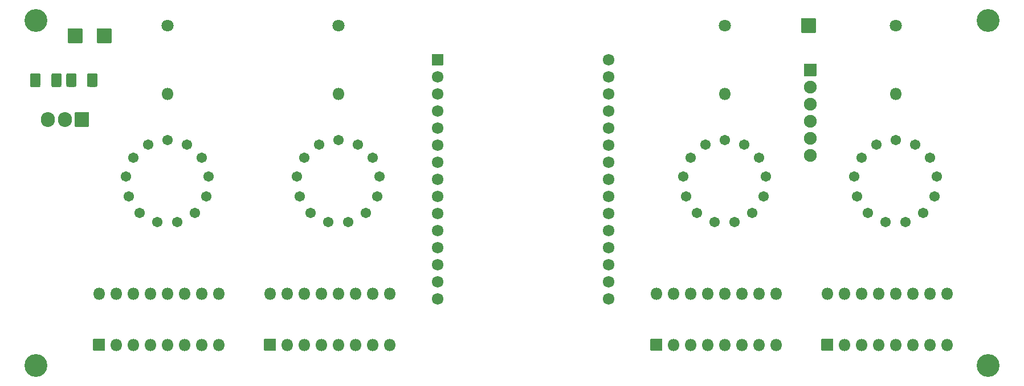
<source format=gbs>
%TF.GenerationSoftware,KiCad,Pcbnew,(5.1.9-0-10_14)*%
%TF.CreationDate,2021-02-12T19:32:22+01:00*%
%TF.ProjectId,nixie_clock,6e697869-655f-4636-9c6f-636b2e6b6963,v01*%
%TF.SameCoordinates,Original*%
%TF.FileFunction,Soldermask,Bot*%
%TF.FilePolarity,Negative*%
%FSLAX46Y46*%
G04 Gerber Fmt 4.6, Leading zero omitted, Abs format (unit mm)*
G04 Created by KiCad (PCBNEW (5.1.9-0-10_14)) date 2021-02-12 19:32:22*
%MOMM*%
%LPD*%
G01*
G04 APERTURE LIST*
%ADD10C,3.400000*%
%ADD11O,1.800000X1.800000*%
%ADD12C,1.800000*%
%ADD13C,1.546200*%
%ADD14O,2.105000X2.200000*%
%ADD15C,1.724000*%
%ADD16O,1.900000X1.900000*%
%ADD17C,0.150000*%
G04 APERTURE END LIST*
D10*
%TO.C,REF\u002A\u002A*%
X54356000Y-54356000D03*
%TD*%
%TO.C,REF\u002A\u002A*%
X195834000Y-54356000D03*
%TD*%
%TO.C,REF\u002A\u002A*%
X195834000Y-105664000D03*
%TD*%
%TO.C,REF\u002A\u002A*%
X54356000Y-105664000D03*
%TD*%
D11*
%TO.C,U4*%
X146558000Y-94996000D03*
X164338000Y-102616000D03*
X149098000Y-94996000D03*
X161798000Y-102616000D03*
X151638000Y-94996000D03*
X159258000Y-102616000D03*
X154178000Y-94996000D03*
X156718000Y-102616000D03*
X156718000Y-94996000D03*
X154178000Y-102616000D03*
X159258000Y-94996000D03*
X151638000Y-102616000D03*
X161798000Y-94996000D03*
X149098000Y-102616000D03*
X164338000Y-94996000D03*
G36*
G01*
X147358000Y-103516000D02*
X145758000Y-103516000D01*
G75*
G02*
X145658000Y-103416000I0J100000D01*
G01*
X145658000Y-101816000D01*
G75*
G02*
X145758000Y-101716000I100000J0D01*
G01*
X147358000Y-101716000D01*
G75*
G02*
X147458000Y-101816000I0J-100000D01*
G01*
X147458000Y-103416000D01*
G75*
G02*
X147358000Y-103516000I-100000J0D01*
G01*
G37*
%TD*%
%TO.C,R2*%
X182118000Y-65278000D03*
D12*
X182118000Y-55118000D03*
%TD*%
D13*
%TO.C,N2*%
X179242720Y-72844660D03*
X184993280Y-72844660D03*
X182118000Y-72136000D03*
X188262260Y-77579220D03*
X187904120Y-80518000D03*
X186222640Y-82956400D03*
X183598820Y-84333080D03*
X180637180Y-84333080D03*
X178013360Y-82956400D03*
X176331880Y-80518000D03*
X175973740Y-77579220D03*
X177025300Y-74808080D03*
X187210700Y-74808080D03*
%TD*%
%TO.C,N3*%
X79006700Y-74808080D03*
X68821300Y-74808080D03*
X67769740Y-77579220D03*
X68127880Y-80518000D03*
X69809360Y-82956400D03*
X72433180Y-84333080D03*
X75394820Y-84333080D03*
X78018640Y-82956400D03*
X79700120Y-80518000D03*
X80058260Y-77579220D03*
X73914000Y-72136000D03*
X76789280Y-72844660D03*
X71038720Y-72844660D03*
%TD*%
%TO.C,N4*%
X96438720Y-72844660D03*
X102189280Y-72844660D03*
X99314000Y-72136000D03*
X105458260Y-77579220D03*
X105100120Y-80518000D03*
X103418640Y-82956400D03*
X100794820Y-84333080D03*
X97833180Y-84333080D03*
X95209360Y-82956400D03*
X93527880Y-80518000D03*
X93169740Y-77579220D03*
X94221300Y-74808080D03*
X104406700Y-74808080D03*
%TD*%
D11*
%TO.C,R1*%
X156718000Y-65278000D03*
D12*
X156718000Y-55118000D03*
%TD*%
%TO.C,R3*%
X73914000Y-55118000D03*
D11*
X73914000Y-65278000D03*
%TD*%
D12*
%TO.C,R4*%
X99314000Y-55118000D03*
D11*
X99314000Y-65278000D03*
%TD*%
D14*
%TO.C,U1*%
X56134000Y-69088000D03*
X58674000Y-69088000D03*
G36*
G01*
X62266500Y-68088000D02*
X62266500Y-70088000D01*
G75*
G02*
X62166500Y-70188000I-100000J0D01*
G01*
X60261500Y-70188000D01*
G75*
G02*
X60161500Y-70088000I0J100000D01*
G01*
X60161500Y-68088000D01*
G75*
G02*
X60261500Y-67988000I100000J0D01*
G01*
X62166500Y-67988000D01*
G75*
G02*
X62266500Y-68088000I0J-100000D01*
G01*
G37*
%TD*%
D15*
%TO.C,U2*%
X139446000Y-60198000D03*
X139446000Y-62738000D03*
X139446000Y-65278000D03*
X139446000Y-67818000D03*
X139446000Y-70358000D03*
X139446000Y-72898000D03*
X139446000Y-75438000D03*
X139446000Y-77978000D03*
X139446000Y-80518000D03*
X139446000Y-83058000D03*
X139446000Y-85598000D03*
X139446000Y-88138000D03*
X139446000Y-90678000D03*
X139446000Y-93218000D03*
X139446000Y-95758000D03*
X114046000Y-95758000D03*
X114046000Y-93218000D03*
X114046000Y-90678000D03*
X114046000Y-88138000D03*
X114046000Y-85598000D03*
X114046000Y-83058000D03*
X114046000Y-80518000D03*
X114046000Y-77978000D03*
X114046000Y-75438000D03*
X114046000Y-72898000D03*
X114046000Y-70358000D03*
X114046000Y-67818000D03*
X114046000Y-65278000D03*
X114046000Y-62738000D03*
G36*
G01*
X113184000Y-60960000D02*
X113184000Y-59436000D01*
G75*
G02*
X113284000Y-59336000I100000J0D01*
G01*
X114808000Y-59336000D01*
G75*
G02*
X114908000Y-59436000I0J-100000D01*
G01*
X114908000Y-60960000D01*
G75*
G02*
X114808000Y-61060000I-100000J0D01*
G01*
X113284000Y-61060000D01*
G75*
G02*
X113184000Y-60960000I0J100000D01*
G01*
G37*
%TD*%
%TO.C,U5*%
G36*
G01*
X172758000Y-103516000D02*
X171158000Y-103516000D01*
G75*
G02*
X171058000Y-103416000I0J100000D01*
G01*
X171058000Y-101816000D01*
G75*
G02*
X171158000Y-101716000I100000J0D01*
G01*
X172758000Y-101716000D01*
G75*
G02*
X172858000Y-101816000I0J-100000D01*
G01*
X172858000Y-103416000D01*
G75*
G02*
X172758000Y-103516000I-100000J0D01*
G01*
G37*
D11*
X189738000Y-94996000D03*
X174498000Y-102616000D03*
X187198000Y-94996000D03*
X177038000Y-102616000D03*
X184658000Y-94996000D03*
X179578000Y-102616000D03*
X182118000Y-94996000D03*
X182118000Y-102616000D03*
X179578000Y-94996000D03*
X184658000Y-102616000D03*
X177038000Y-94996000D03*
X187198000Y-102616000D03*
X174498000Y-94996000D03*
X189738000Y-102616000D03*
X171958000Y-94996000D03*
%TD*%
%TO.C,U6*%
X63754000Y-94996000D03*
X81534000Y-102616000D03*
X66294000Y-94996000D03*
X78994000Y-102616000D03*
X68834000Y-94996000D03*
X76454000Y-102616000D03*
X71374000Y-94996000D03*
X73914000Y-102616000D03*
X73914000Y-94996000D03*
X71374000Y-102616000D03*
X76454000Y-94996000D03*
X68834000Y-102616000D03*
X78994000Y-94996000D03*
X66294000Y-102616000D03*
X81534000Y-94996000D03*
G36*
G01*
X64554000Y-103516000D02*
X62954000Y-103516000D01*
G75*
G02*
X62854000Y-103416000I0J100000D01*
G01*
X62854000Y-101816000D01*
G75*
G02*
X62954000Y-101716000I100000J0D01*
G01*
X64554000Y-101716000D01*
G75*
G02*
X64654000Y-101816000I0J-100000D01*
G01*
X64654000Y-103416000D01*
G75*
G02*
X64554000Y-103516000I-100000J0D01*
G01*
G37*
%TD*%
%TO.C,U7*%
G36*
G01*
X89954000Y-103516000D02*
X88354000Y-103516000D01*
G75*
G02*
X88254000Y-103416000I0J100000D01*
G01*
X88254000Y-101816000D01*
G75*
G02*
X88354000Y-101716000I100000J0D01*
G01*
X89954000Y-101716000D01*
G75*
G02*
X90054000Y-101816000I0J-100000D01*
G01*
X90054000Y-103416000D01*
G75*
G02*
X89954000Y-103516000I-100000J0D01*
G01*
G37*
X106934000Y-94996000D03*
X91694000Y-102616000D03*
X104394000Y-94996000D03*
X94234000Y-102616000D03*
X101854000Y-94996000D03*
X96774000Y-102616000D03*
X99314000Y-94996000D03*
X99314000Y-102616000D03*
X96774000Y-94996000D03*
X101854000Y-102616000D03*
X94234000Y-94996000D03*
X104394000Y-102616000D03*
X91694000Y-94996000D03*
X106934000Y-102616000D03*
X89154000Y-94996000D03*
%TD*%
D13*
%TO.C,N1*%
X153842720Y-72844660D03*
X159593280Y-72844660D03*
X156718000Y-72136000D03*
X162862260Y-77579220D03*
X162504120Y-80518000D03*
X160822640Y-82956400D03*
X158198820Y-84333080D03*
X155237180Y-84333080D03*
X152613360Y-82956400D03*
X150931880Y-80518000D03*
X150573740Y-77579220D03*
X151625300Y-74808080D03*
X161810700Y-74808080D03*
%TD*%
%TO.C,C1*%
G36*
G01*
X56641500Y-63958267D02*
X56641500Y-62533733D01*
G75*
G02*
X56929233Y-62246000I287733J0D01*
G01*
X57878767Y-62246000D01*
G75*
G02*
X58166500Y-62533733I0J-287733D01*
G01*
X58166500Y-63958267D01*
G75*
G02*
X57878767Y-64246000I-287733J0D01*
G01*
X56929233Y-64246000D01*
G75*
G02*
X56641500Y-63958267I0J287733D01*
G01*
G37*
G36*
G01*
X53516500Y-63958267D02*
X53516500Y-62533733D01*
G75*
G02*
X53804233Y-62246000I287733J0D01*
G01*
X54753767Y-62246000D01*
G75*
G02*
X55041500Y-62533733I0J-287733D01*
G01*
X55041500Y-63958267D01*
G75*
G02*
X54753767Y-64246000I-287733J0D01*
G01*
X53804233Y-64246000D01*
G75*
G02*
X53516500Y-63958267I0J287733D01*
G01*
G37*
%TD*%
%TO.C,C2*%
G36*
G01*
X63539000Y-62533733D02*
X63539000Y-63958267D01*
G75*
G02*
X63251267Y-64246000I-287733J0D01*
G01*
X62301733Y-64246000D01*
G75*
G02*
X62014000Y-63958267I0J287733D01*
G01*
X62014000Y-62533733D01*
G75*
G02*
X62301733Y-62246000I287733J0D01*
G01*
X63251267Y-62246000D01*
G75*
G02*
X63539000Y-62533733I0J-287733D01*
G01*
G37*
G36*
G01*
X60414000Y-62533733D02*
X60414000Y-63958267D01*
G75*
G02*
X60126267Y-64246000I-287733J0D01*
G01*
X59176733Y-64246000D01*
G75*
G02*
X58889000Y-63958267I0J287733D01*
G01*
X58889000Y-62533733D01*
G75*
G02*
X59176733Y-62246000I287733J0D01*
G01*
X60126267Y-62246000D01*
G75*
G02*
X60414000Y-62533733I0J-287733D01*
G01*
G37*
%TD*%
%TO.C,J2*%
G36*
G01*
X63416000Y-57642000D02*
X63416000Y-55642000D01*
G75*
G02*
X63516000Y-55542000I100000J0D01*
G01*
X65516000Y-55542000D01*
G75*
G02*
X65616000Y-55642000I0J-100000D01*
G01*
X65616000Y-57642000D01*
G75*
G02*
X65516000Y-57742000I-100000J0D01*
G01*
X63516000Y-57742000D01*
G75*
G02*
X63416000Y-57642000I0J100000D01*
G01*
G37*
%TD*%
%TO.C,J3*%
G36*
G01*
X168064000Y-56118000D02*
X168064000Y-54118000D01*
G75*
G02*
X168164000Y-54018000I100000J0D01*
G01*
X170164000Y-54018000D01*
G75*
G02*
X170264000Y-54118000I0J-100000D01*
G01*
X170264000Y-56118000D01*
G75*
G02*
X170164000Y-56218000I-100000J0D01*
G01*
X168164000Y-56218000D01*
G75*
G02*
X168064000Y-56118000I0J100000D01*
G01*
G37*
%TD*%
%TO.C,U3*%
G36*
G01*
X168468000Y-62572000D02*
X168468000Y-60872000D01*
G75*
G02*
X168568000Y-60772000I100000J0D01*
G01*
X170268000Y-60772000D01*
G75*
G02*
X170368000Y-60872000I0J-100000D01*
G01*
X170368000Y-62572000D01*
G75*
G02*
X170268000Y-62672000I-100000J0D01*
G01*
X168568000Y-62672000D01*
G75*
G02*
X168468000Y-62572000I0J100000D01*
G01*
G37*
D16*
X169418000Y-64262000D03*
X169418000Y-66802000D03*
X169418000Y-69342000D03*
X169418000Y-71882000D03*
X169418000Y-74422000D03*
%TD*%
%TO.C,J1*%
G36*
G01*
X59098000Y-57642000D02*
X59098000Y-55642000D01*
G75*
G02*
X59198000Y-55542000I100000J0D01*
G01*
X61198000Y-55542000D01*
G75*
G02*
X61298000Y-55642000I0J-100000D01*
G01*
X61298000Y-57642000D01*
G75*
G02*
X61198000Y-57742000I-100000J0D01*
G01*
X59198000Y-57742000D01*
G75*
G02*
X59098000Y-57642000I0J100000D01*
G01*
G37*
%TD*%
D17*
G36*
X55042665Y-63956641D02*
G01*
X55043500Y-63958267D01*
X55043500Y-64044292D01*
X55043490Y-64044488D01*
X55039044Y-64089632D01*
X55038968Y-64090017D01*
X55027950Y-64126338D01*
X55027800Y-64126700D01*
X55009910Y-64160170D01*
X55009692Y-64160496D01*
X54985613Y-64189836D01*
X54985336Y-64190113D01*
X54955996Y-64214192D01*
X54955670Y-64214410D01*
X54922200Y-64232300D01*
X54921838Y-64232450D01*
X54885517Y-64243468D01*
X54885132Y-64243544D01*
X54839988Y-64247990D01*
X54839792Y-64248000D01*
X54753767Y-64248000D01*
X54752035Y-64247000D01*
X54752035Y-64245000D01*
X54753571Y-64244010D01*
X54809506Y-64238501D01*
X54863109Y-64222241D01*
X54912507Y-64195837D01*
X54955804Y-64160304D01*
X54991337Y-64117007D01*
X55017741Y-64067609D01*
X55034001Y-64014006D01*
X55039510Y-63958071D01*
X55040675Y-63956445D01*
X55042665Y-63956641D01*
G37*
G36*
X60415165Y-63956641D02*
G01*
X60416000Y-63958267D01*
X60416000Y-64044292D01*
X60415990Y-64044488D01*
X60411544Y-64089632D01*
X60411468Y-64090017D01*
X60400450Y-64126338D01*
X60400300Y-64126700D01*
X60382410Y-64160170D01*
X60382192Y-64160496D01*
X60358113Y-64189836D01*
X60357836Y-64190113D01*
X60328496Y-64214192D01*
X60328170Y-64214410D01*
X60294700Y-64232300D01*
X60294338Y-64232450D01*
X60258017Y-64243468D01*
X60257632Y-64243544D01*
X60212488Y-64247990D01*
X60212292Y-64248000D01*
X60126267Y-64248000D01*
X60124535Y-64247000D01*
X60124535Y-64245000D01*
X60126071Y-64244010D01*
X60182006Y-64238501D01*
X60235609Y-64222241D01*
X60285007Y-64195837D01*
X60328304Y-64160304D01*
X60363837Y-64117007D01*
X60390241Y-64067609D01*
X60406501Y-64014006D01*
X60412010Y-63958071D01*
X60413175Y-63956445D01*
X60415165Y-63956641D01*
G37*
G36*
X58167665Y-63956641D02*
G01*
X58168500Y-63958267D01*
X58168500Y-64044292D01*
X58168490Y-64044488D01*
X58164044Y-64089632D01*
X58163968Y-64090017D01*
X58152950Y-64126338D01*
X58152800Y-64126700D01*
X58134910Y-64160170D01*
X58134692Y-64160496D01*
X58110613Y-64189836D01*
X58110336Y-64190113D01*
X58080996Y-64214192D01*
X58080670Y-64214410D01*
X58047200Y-64232300D01*
X58046838Y-64232450D01*
X58010517Y-64243468D01*
X58010132Y-64243544D01*
X57964988Y-64247990D01*
X57964792Y-64248000D01*
X57878767Y-64248000D01*
X57877035Y-64247000D01*
X57877035Y-64245000D01*
X57878571Y-64244010D01*
X57934506Y-64238501D01*
X57988109Y-64222241D01*
X58037507Y-64195837D01*
X58080804Y-64160304D01*
X58116337Y-64117007D01*
X58142741Y-64067609D01*
X58159001Y-64014006D01*
X58164510Y-63958071D01*
X58165675Y-63956445D01*
X58167665Y-63956641D01*
G37*
G36*
X62015990Y-63958071D02*
G01*
X62021499Y-64014006D01*
X62037759Y-64067609D01*
X62064163Y-64117007D01*
X62099696Y-64160304D01*
X62142993Y-64195837D01*
X62192391Y-64222241D01*
X62245994Y-64238501D01*
X62301929Y-64244010D01*
X62303555Y-64245175D01*
X62303359Y-64247165D01*
X62301733Y-64248000D01*
X62215708Y-64248000D01*
X62215512Y-64247990D01*
X62170368Y-64243544D01*
X62169983Y-64243468D01*
X62133662Y-64232450D01*
X62133300Y-64232300D01*
X62099830Y-64214410D01*
X62099504Y-64214192D01*
X62070164Y-64190113D01*
X62069887Y-64189836D01*
X62045808Y-64160496D01*
X62045590Y-64160170D01*
X62027700Y-64126700D01*
X62027550Y-64126338D01*
X62016532Y-64090017D01*
X62016456Y-64089632D01*
X62012010Y-64044488D01*
X62012000Y-64044292D01*
X62012000Y-63958267D01*
X62013000Y-63956535D01*
X62015000Y-63956535D01*
X62015990Y-63958071D01*
G37*
G36*
X63540165Y-63956641D02*
G01*
X63541000Y-63958267D01*
X63541000Y-64044292D01*
X63540990Y-64044488D01*
X63536544Y-64089632D01*
X63536468Y-64090017D01*
X63525450Y-64126338D01*
X63525300Y-64126700D01*
X63507410Y-64160170D01*
X63507192Y-64160496D01*
X63483113Y-64189836D01*
X63482836Y-64190113D01*
X63453496Y-64214192D01*
X63453170Y-64214410D01*
X63419700Y-64232300D01*
X63419338Y-64232450D01*
X63383017Y-64243468D01*
X63382632Y-64243544D01*
X63337488Y-64247990D01*
X63337292Y-64248000D01*
X63251267Y-64248000D01*
X63249535Y-64247000D01*
X63249535Y-64245000D01*
X63251071Y-64244010D01*
X63307006Y-64238501D01*
X63360609Y-64222241D01*
X63410007Y-64195837D01*
X63453304Y-64160304D01*
X63488837Y-64117007D01*
X63515241Y-64067609D01*
X63531501Y-64014006D01*
X63537010Y-63958071D01*
X63538175Y-63956445D01*
X63540165Y-63956641D01*
G37*
G36*
X58890990Y-63958071D02*
G01*
X58896499Y-64014006D01*
X58912759Y-64067609D01*
X58939163Y-64117007D01*
X58974696Y-64160304D01*
X59017993Y-64195837D01*
X59067391Y-64222241D01*
X59120994Y-64238501D01*
X59176929Y-64244010D01*
X59178555Y-64245175D01*
X59178359Y-64247165D01*
X59176733Y-64248000D01*
X59090708Y-64248000D01*
X59090512Y-64247990D01*
X59045368Y-64243544D01*
X59044983Y-64243468D01*
X59008662Y-64232450D01*
X59008300Y-64232300D01*
X58974830Y-64214410D01*
X58974504Y-64214192D01*
X58945164Y-64190113D01*
X58944887Y-64189836D01*
X58920808Y-64160496D01*
X58920590Y-64160170D01*
X58902700Y-64126700D01*
X58902550Y-64126338D01*
X58891532Y-64090017D01*
X58891456Y-64089632D01*
X58887010Y-64044488D01*
X58887000Y-64044292D01*
X58887000Y-63958267D01*
X58888000Y-63956535D01*
X58890000Y-63956535D01*
X58890990Y-63958071D01*
G37*
G36*
X56643490Y-63958071D02*
G01*
X56648999Y-64014006D01*
X56665259Y-64067609D01*
X56691663Y-64117007D01*
X56727196Y-64160304D01*
X56770493Y-64195837D01*
X56819891Y-64222241D01*
X56873494Y-64238501D01*
X56929429Y-64244010D01*
X56931055Y-64245175D01*
X56930859Y-64247165D01*
X56929233Y-64248000D01*
X56843208Y-64248000D01*
X56843012Y-64247990D01*
X56797868Y-64243544D01*
X56797483Y-64243468D01*
X56761162Y-64232450D01*
X56760800Y-64232300D01*
X56727330Y-64214410D01*
X56727004Y-64214192D01*
X56697664Y-64190113D01*
X56697387Y-64189836D01*
X56673308Y-64160496D01*
X56673090Y-64160170D01*
X56655200Y-64126700D01*
X56655050Y-64126338D01*
X56644032Y-64090017D01*
X56643956Y-64089632D01*
X56639510Y-64044488D01*
X56639500Y-64044292D01*
X56639500Y-63958267D01*
X56640500Y-63956535D01*
X56642500Y-63956535D01*
X56643490Y-63958071D01*
G37*
G36*
X53518490Y-63958071D02*
G01*
X53523999Y-64014006D01*
X53540259Y-64067609D01*
X53566663Y-64117007D01*
X53602196Y-64160304D01*
X53645493Y-64195837D01*
X53694891Y-64222241D01*
X53748494Y-64238501D01*
X53804429Y-64244010D01*
X53806055Y-64245175D01*
X53805859Y-64247165D01*
X53804233Y-64248000D01*
X53718208Y-64248000D01*
X53718012Y-64247990D01*
X53672868Y-64243544D01*
X53672483Y-64243468D01*
X53636162Y-64232450D01*
X53635800Y-64232300D01*
X53602330Y-64214410D01*
X53602004Y-64214192D01*
X53572664Y-64190113D01*
X53572387Y-64189836D01*
X53548308Y-64160496D01*
X53548090Y-64160170D01*
X53530200Y-64126700D01*
X53530050Y-64126338D01*
X53519032Y-64090017D01*
X53518956Y-64089632D01*
X53514510Y-64044488D01*
X53514500Y-64044292D01*
X53514500Y-63958267D01*
X53515500Y-63956535D01*
X53517500Y-63956535D01*
X53518490Y-63958071D01*
G37*
G36*
X53805965Y-62245000D02*
G01*
X53805965Y-62247000D01*
X53804429Y-62247990D01*
X53748494Y-62253499D01*
X53694891Y-62269759D01*
X53645493Y-62296163D01*
X53602196Y-62331696D01*
X53566663Y-62374993D01*
X53540259Y-62424391D01*
X53523999Y-62477994D01*
X53518490Y-62533929D01*
X53517325Y-62535555D01*
X53515335Y-62535359D01*
X53514500Y-62533733D01*
X53514500Y-62447708D01*
X53514510Y-62447512D01*
X53518956Y-62402368D01*
X53519032Y-62401983D01*
X53530050Y-62365662D01*
X53530200Y-62365300D01*
X53548090Y-62331830D01*
X53548308Y-62331504D01*
X53572387Y-62302164D01*
X53572664Y-62301887D01*
X53602004Y-62277808D01*
X53602330Y-62277590D01*
X53635800Y-62259700D01*
X53636162Y-62259550D01*
X53672483Y-62248532D01*
X53672868Y-62248456D01*
X53718012Y-62244010D01*
X53718208Y-62244000D01*
X53804233Y-62244000D01*
X53805965Y-62245000D01*
G37*
G36*
X56930965Y-62245000D02*
G01*
X56930965Y-62247000D01*
X56929429Y-62247990D01*
X56873494Y-62253499D01*
X56819891Y-62269759D01*
X56770493Y-62296163D01*
X56727196Y-62331696D01*
X56691663Y-62374993D01*
X56665259Y-62424391D01*
X56648999Y-62477994D01*
X56643490Y-62533929D01*
X56642325Y-62535555D01*
X56640335Y-62535359D01*
X56639500Y-62533733D01*
X56639500Y-62447708D01*
X56639510Y-62447512D01*
X56643956Y-62402368D01*
X56644032Y-62401983D01*
X56655050Y-62365662D01*
X56655200Y-62365300D01*
X56673090Y-62331830D01*
X56673308Y-62331504D01*
X56697387Y-62302164D01*
X56697664Y-62301887D01*
X56727004Y-62277808D01*
X56727330Y-62277590D01*
X56760800Y-62259700D01*
X56761162Y-62259550D01*
X56797483Y-62248532D01*
X56797868Y-62248456D01*
X56843012Y-62244010D01*
X56843208Y-62244000D01*
X56929233Y-62244000D01*
X56930965Y-62245000D01*
G37*
G36*
X59178465Y-62245000D02*
G01*
X59178465Y-62247000D01*
X59176929Y-62247990D01*
X59120994Y-62253499D01*
X59067391Y-62269759D01*
X59017993Y-62296163D01*
X58974696Y-62331696D01*
X58939163Y-62374993D01*
X58912759Y-62424391D01*
X58896499Y-62477994D01*
X58890990Y-62533929D01*
X58889825Y-62535555D01*
X58887835Y-62535359D01*
X58887000Y-62533733D01*
X58887000Y-62447708D01*
X58887010Y-62447512D01*
X58891456Y-62402368D01*
X58891532Y-62401983D01*
X58902550Y-62365662D01*
X58902700Y-62365300D01*
X58920590Y-62331830D01*
X58920808Y-62331504D01*
X58944887Y-62302164D01*
X58945164Y-62301887D01*
X58974504Y-62277808D01*
X58974830Y-62277590D01*
X59008300Y-62259700D01*
X59008662Y-62259550D01*
X59044983Y-62248532D01*
X59045368Y-62248456D01*
X59090512Y-62244010D01*
X59090708Y-62244000D01*
X59176733Y-62244000D01*
X59178465Y-62245000D01*
G37*
G36*
X62303465Y-62245000D02*
G01*
X62303465Y-62247000D01*
X62301929Y-62247990D01*
X62245994Y-62253499D01*
X62192391Y-62269759D01*
X62142993Y-62296163D01*
X62099696Y-62331696D01*
X62064163Y-62374993D01*
X62037759Y-62424391D01*
X62021499Y-62477994D01*
X62015990Y-62533929D01*
X62014825Y-62535555D01*
X62012835Y-62535359D01*
X62012000Y-62533733D01*
X62012000Y-62447708D01*
X62012010Y-62447512D01*
X62016456Y-62402368D01*
X62016532Y-62401983D01*
X62027550Y-62365662D01*
X62027700Y-62365300D01*
X62045590Y-62331830D01*
X62045808Y-62331504D01*
X62069887Y-62302164D01*
X62070164Y-62301887D01*
X62099504Y-62277808D01*
X62099830Y-62277590D01*
X62133300Y-62259700D01*
X62133662Y-62259550D01*
X62169983Y-62248532D01*
X62170368Y-62248456D01*
X62215512Y-62244010D01*
X62215708Y-62244000D01*
X62301733Y-62244000D01*
X62303465Y-62245000D01*
G37*
G36*
X54839988Y-62244010D02*
G01*
X54885132Y-62248456D01*
X54885517Y-62248532D01*
X54921838Y-62259550D01*
X54922200Y-62259700D01*
X54955670Y-62277590D01*
X54955996Y-62277808D01*
X54985336Y-62301887D01*
X54985613Y-62302164D01*
X55009692Y-62331504D01*
X55009910Y-62331830D01*
X55027800Y-62365300D01*
X55027950Y-62365662D01*
X55038968Y-62401983D01*
X55039044Y-62402368D01*
X55043490Y-62447512D01*
X55043500Y-62447708D01*
X55043500Y-62533733D01*
X55042500Y-62535465D01*
X55040500Y-62535465D01*
X55039510Y-62533929D01*
X55034001Y-62477994D01*
X55017741Y-62424391D01*
X54991337Y-62374993D01*
X54955804Y-62331696D01*
X54912507Y-62296163D01*
X54863109Y-62269759D01*
X54809506Y-62253499D01*
X54753571Y-62247990D01*
X54751945Y-62246825D01*
X54752141Y-62244835D01*
X54753767Y-62244000D01*
X54839792Y-62244000D01*
X54839988Y-62244010D01*
G37*
G36*
X63337488Y-62244010D02*
G01*
X63382632Y-62248456D01*
X63383017Y-62248532D01*
X63419338Y-62259550D01*
X63419700Y-62259700D01*
X63453170Y-62277590D01*
X63453496Y-62277808D01*
X63482836Y-62301887D01*
X63483113Y-62302164D01*
X63507192Y-62331504D01*
X63507410Y-62331830D01*
X63525300Y-62365300D01*
X63525450Y-62365662D01*
X63536468Y-62401983D01*
X63536544Y-62402368D01*
X63540990Y-62447512D01*
X63541000Y-62447708D01*
X63541000Y-62533733D01*
X63540000Y-62535465D01*
X63538000Y-62535465D01*
X63537010Y-62533929D01*
X63531501Y-62477994D01*
X63515241Y-62424391D01*
X63488837Y-62374993D01*
X63453304Y-62331696D01*
X63410007Y-62296163D01*
X63360609Y-62269759D01*
X63307006Y-62253499D01*
X63251071Y-62247990D01*
X63249445Y-62246825D01*
X63249641Y-62244835D01*
X63251267Y-62244000D01*
X63337292Y-62244000D01*
X63337488Y-62244010D01*
G37*
G36*
X60212488Y-62244010D02*
G01*
X60257632Y-62248456D01*
X60258017Y-62248532D01*
X60294338Y-62259550D01*
X60294700Y-62259700D01*
X60328170Y-62277590D01*
X60328496Y-62277808D01*
X60357836Y-62301887D01*
X60358113Y-62302164D01*
X60382192Y-62331504D01*
X60382410Y-62331830D01*
X60400300Y-62365300D01*
X60400450Y-62365662D01*
X60411468Y-62401983D01*
X60411544Y-62402368D01*
X60415990Y-62447512D01*
X60416000Y-62447708D01*
X60416000Y-62533733D01*
X60415000Y-62535465D01*
X60413000Y-62535465D01*
X60412010Y-62533929D01*
X60406501Y-62477994D01*
X60390241Y-62424391D01*
X60363837Y-62374993D01*
X60328304Y-62331696D01*
X60285007Y-62296163D01*
X60235609Y-62269759D01*
X60182006Y-62253499D01*
X60126071Y-62247990D01*
X60124445Y-62246825D01*
X60124641Y-62244835D01*
X60126267Y-62244000D01*
X60212292Y-62244000D01*
X60212488Y-62244010D01*
G37*
G36*
X57964988Y-62244010D02*
G01*
X58010132Y-62248456D01*
X58010517Y-62248532D01*
X58046838Y-62259550D01*
X58047200Y-62259700D01*
X58080670Y-62277590D01*
X58080996Y-62277808D01*
X58110336Y-62301887D01*
X58110613Y-62302164D01*
X58134692Y-62331504D01*
X58134910Y-62331830D01*
X58152800Y-62365300D01*
X58152950Y-62365662D01*
X58163968Y-62401983D01*
X58164044Y-62402368D01*
X58168490Y-62447512D01*
X58168500Y-62447708D01*
X58168500Y-62533733D01*
X58167500Y-62535465D01*
X58165500Y-62535465D01*
X58164510Y-62533929D01*
X58159001Y-62477994D01*
X58142741Y-62424391D01*
X58116337Y-62374993D01*
X58080804Y-62331696D01*
X58037507Y-62296163D01*
X57988109Y-62269759D01*
X57934506Y-62253499D01*
X57878571Y-62247990D01*
X57876945Y-62246825D01*
X57877141Y-62244835D01*
X57878767Y-62244000D01*
X57964792Y-62244000D01*
X57964988Y-62244010D01*
G37*
M02*

</source>
